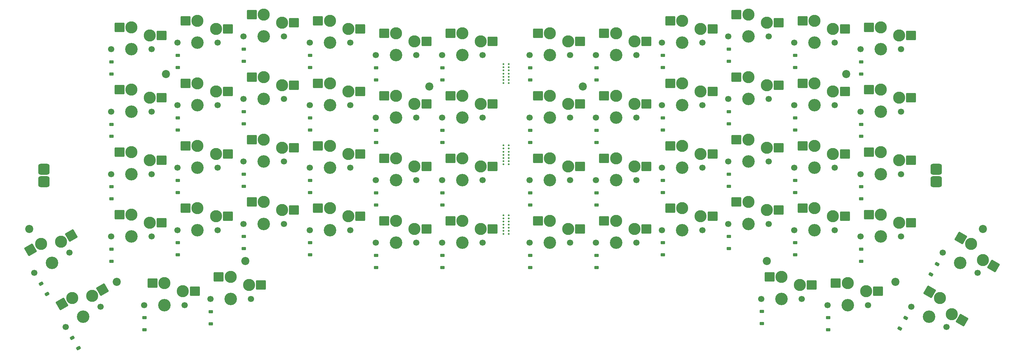
<source format=gbr>
%TF.GenerationSoftware,KiCad,Pcbnew,9.0.6*%
%TF.CreationDate,2025-12-05T23:49:31-05:00*%
%TF.ProjectId,VoyagerSplitKicad,566f7961-6765-4725-9370-6c69744b6963,rev?*%
%TF.SameCoordinates,Original*%
%TF.FileFunction,Soldermask,Bot*%
%TF.FilePolarity,Negative*%
%FSLAX46Y46*%
G04 Gerber Fmt 4.6, Leading zero omitted, Abs format (unit mm)*
G04 Created by KiCad (PCBNEW 9.0.6) date 2025-12-05 23:49:31*
%MOMM*%
%LPD*%
G01*
G04 APERTURE LIST*
G04 Aperture macros list*
%AMRoundRect*
0 Rectangle with rounded corners*
0 $1 Rounding radius*
0 $2 $3 $4 $5 $6 $7 $8 $9 X,Y pos of 4 corners*
0 Add a 4 corners polygon primitive as box body*
4,1,4,$2,$3,$4,$5,$6,$7,$8,$9,$2,$3,0*
0 Add four circle primitives for the rounded corners*
1,1,$1+$1,$2,$3*
1,1,$1+$1,$4,$5*
1,1,$1+$1,$6,$7*
1,1,$1+$1,$8,$9*
0 Add four rect primitives between the rounded corners*
20,1,$1+$1,$2,$3,$4,$5,0*
20,1,$1+$1,$4,$5,$6,$7,0*
20,1,$1+$1,$6,$7,$8,$9,0*
20,1,$1+$1,$8,$9,$2,$3,0*%
G04 Aperture macros list end*
%ADD10RoundRect,0.775400X0.775400X0.775400X-0.775400X0.775400X-0.775400X-0.775400X0.775400X-0.775400X0*%
%ADD11C,0.500000*%
%ADD12C,2.200000*%
%ADD13C,1.700000*%
%ADD14C,3.400000*%
%ADD15C,3.300000*%
%ADD16RoundRect,0.260000X-1.065000X-1.040000X1.065000X-1.040000X1.065000X1.040000X-1.065000X1.040000X0*%
%ADD17RoundRect,0.225000X0.375000X-0.225000X0.375000X0.225000X-0.375000X0.225000X-0.375000X-0.225000X0*%
%ADD18RoundRect,0.260000X-1.442317X-0.368166X0.402317X-1.433166X1.442317X0.368166X-0.402317X1.433166X0*%
%ADD19RoundRect,0.260000X-0.402317X-1.433166X1.442317X-0.368166X0.402317X1.433166X-1.442317X0.368166X0*%
%ADD20RoundRect,0.225000X0.437260X-0.007356X0.212260X0.382356X-0.437260X0.007356X-0.212260X-0.382356X0*%
%ADD21RoundRect,0.225000X0.212260X-0.382356X0.437260X0.007356X-0.212260X0.382356X-0.437260X-0.007356X0*%
G04 APERTURE END LIST*
D10*
%TO.C,U1*%
X314286500Y-138061300D03*
X314286500Y-134661300D03*
%TD*%
D11*
%TO.C,H11*%
X196550000Y-133300002D03*
X198050000Y-133300002D03*
X196550000Y-132450002D03*
X198050000Y-132450002D03*
X196550000Y-131600002D03*
X198050000Y-131600002D03*
X196550000Y-130750002D03*
X198050000Y-130750002D03*
X196550000Y-129900002D03*
X198050000Y-129900002D03*
X196550000Y-129050002D03*
X198050000Y-129050002D03*
X196550000Y-128200002D03*
X198050000Y-128200002D03*
%TD*%
D12*
%TO.C,H7*%
X327001000Y-150949500D03*
%TD*%
%TO.C,H1*%
X303201000Y-165349500D03*
%TD*%
D11*
%TO.C,H13*%
X196549999Y-111199997D03*
X198049999Y-111199997D03*
X196549999Y-110349997D03*
X198049999Y-110349997D03*
X196549999Y-109499997D03*
X198049999Y-109499997D03*
X196549999Y-108649997D03*
X198049999Y-108649997D03*
X196549999Y-107799997D03*
X198049999Y-107799997D03*
X196549999Y-106949997D03*
X198049999Y-106949997D03*
X196549999Y-106099997D03*
X198049999Y-106099997D03*
%TD*%
D12*
%TO.C,H5*%
X289801000Y-108749500D03*
%TD*%
%TO.C,H8*%
X67599000Y-150950000D03*
%TD*%
%TO.C,H9*%
X218201000Y-112149500D03*
%TD*%
D11*
%TO.C,H12*%
X196550000Y-152300001D03*
X198050000Y-152300001D03*
X196550000Y-151450001D03*
X198050000Y-151450001D03*
X196550000Y-150600001D03*
X198050000Y-150600001D03*
X196550000Y-149750001D03*
X198050000Y-149750001D03*
X196550000Y-148900001D03*
X198050000Y-148900001D03*
X196550000Y-148050001D03*
X198050000Y-148050001D03*
X196550000Y-147200001D03*
X198050000Y-147200001D03*
%TD*%
D10*
%TO.C,U2*%
X71660000Y-138100000D03*
X71660000Y-134700000D03*
%TD*%
D12*
%TO.C,H3*%
X268201000Y-159649500D03*
%TD*%
%TO.C,H4*%
X176400000Y-112149998D03*
%TD*%
%TO.C,H6*%
X126398998Y-159649000D03*
%TD*%
%TO.C,H10*%
X91399000Y-165350000D03*
%TD*%
%TO.C,H2*%
X104799998Y-108750000D03*
%TD*%
D13*
%TO.C,SW27*%
X143900000Y-134250000D03*
D14*
X149400000Y-134250000D03*
D13*
X154900000Y-134250000D03*
D15*
X154400000Y-130500000D03*
D16*
X157645000Y-130500000D03*
X146155000Y-128300000D03*
D15*
X149400000Y-128300000D03*
%TD*%
D17*
%TO.C,D57*%
X117001002Y-176750000D03*
X117001002Y-173450000D03*
%TD*%
D13*
%TO.C,SW17*%
X239701000Y-100249500D03*
D14*
X245201000Y-100249500D03*
D13*
X250701000Y-100249500D03*
D15*
X250201000Y-96499500D03*
D16*
X253446000Y-96499500D03*
X241956000Y-94299500D03*
D15*
X245201000Y-94299500D03*
%TD*%
D13*
%TO.C,SW15*%
X161900000Y-137650000D03*
D14*
X167400000Y-137650000D03*
D13*
X172900000Y-137650000D03*
D15*
X172400000Y-133900000D03*
D16*
X175645000Y-133900000D03*
X164155000Y-131700000D03*
D15*
X167400000Y-131700000D03*
%TD*%
D13*
%TO.C,SW25*%
X143900000Y-100250000D03*
D14*
X149400000Y-100250000D03*
D13*
X154900000Y-100250000D03*
D15*
X154400000Y-96500000D03*
D16*
X157645000Y-96500000D03*
X146155000Y-94300000D03*
D15*
X149400000Y-94300000D03*
%TD*%
D17*
%TO.C,D24*%
X257901000Y-156299500D03*
X257901000Y-152999500D03*
%TD*%
%TO.C,D41*%
X108000000Y-107000000D03*
X108000000Y-103700000D03*
%TD*%
D13*
%TO.C,SW53*%
X307537860Y-172099500D03*
D14*
X312301000Y-174849500D03*
D13*
X317064140Y-177599500D03*
D15*
X318506127Y-174101905D03*
D18*
X321316379Y-175724405D03*
X312465748Y-168074149D03*
D15*
X315276000Y-169696649D03*
%TD*%
D13*
%TO.C,SW46*%
X89900002Y-119000000D03*
D14*
X95400002Y-119000000D03*
D13*
X100900002Y-119000000D03*
D15*
X100400002Y-115250000D03*
D16*
X103645002Y-115250000D03*
X92155002Y-113050000D03*
D15*
X95400002Y-113050000D03*
%TD*%
D13*
%TO.C,SW18*%
X239701000Y-117249500D03*
D14*
X245201000Y-117249500D03*
D13*
X250701000Y-117249500D03*
D15*
X250201000Y-113499500D03*
D16*
X253446000Y-113499500D03*
X241956000Y-111299500D03*
D15*
X245201000Y-111299500D03*
%TD*%
D17*
%TO.C,D20*%
X239901000Y-157999500D03*
X239901000Y-154699500D03*
%TD*%
D13*
%TO.C,SW40*%
X293701000Y-152999500D03*
D14*
X299201000Y-152999500D03*
D13*
X304701000Y-152999500D03*
D15*
X304201000Y-149249500D03*
D16*
X307446000Y-149249500D03*
X295956000Y-147049500D03*
D15*
X299201000Y-147049500D03*
%TD*%
D17*
%TO.C,D37*%
X293901000Y-108749500D03*
X293901000Y-105449500D03*
%TD*%
%TO.C,D39*%
X293901000Y-142749500D03*
X293901000Y-139449500D03*
%TD*%
D13*
%TO.C,SW44*%
X107900000Y-151250000D03*
D14*
X113400000Y-151250000D03*
D13*
X118900000Y-151250000D03*
D15*
X118400000Y-147500000D03*
D16*
X121645000Y-147500000D03*
X110155000Y-145300000D03*
D15*
X113400000Y-145300000D03*
%TD*%
D13*
%TO.C,SW38*%
X293701000Y-118999500D03*
D14*
X299201000Y-118999500D03*
D13*
X304701000Y-118999500D03*
D15*
X304201000Y-115249500D03*
D16*
X307446000Y-115249500D03*
X295956000Y-113049500D03*
D15*
X299201000Y-113049500D03*
%TD*%
D17*
%TO.C,D16*%
X162000000Y-161400000D03*
X162000000Y-158100000D03*
%TD*%
%TO.C,D44*%
X108000000Y-158000000D03*
X108000000Y-154700000D03*
%TD*%
D13*
%TO.C,SW60*%
X69035860Y-162876567D03*
D14*
X73799000Y-160126567D03*
D13*
X78562140Y-157376567D03*
D15*
X76254127Y-154378972D03*
D19*
X79064379Y-152756472D03*
X68013748Y-156596216D03*
D15*
X70824000Y-154973716D03*
%TD*%
D17*
%TO.C,D21*%
X257901000Y-105299500D03*
X257901000Y-101999500D03*
%TD*%
D13*
%TO.C,SW58*%
X98901000Y-171650000D03*
D14*
X104401000Y-171650000D03*
D13*
X109901000Y-171650000D03*
D15*
X109401000Y-167900000D03*
D16*
X112646000Y-167900000D03*
X101156000Y-165700000D03*
D15*
X104401000Y-165700000D03*
%TD*%
D13*
%TO.C,SW11*%
X221701000Y-137649500D03*
D14*
X227201000Y-137649500D03*
D13*
X232701000Y-137649500D03*
D15*
X232201000Y-133899500D03*
D16*
X235446000Y-133899500D03*
X223956000Y-131699500D03*
D15*
X227201000Y-131699500D03*
%TD*%
D17*
%TO.C,D4*%
X162000000Y-110400000D03*
X162000000Y-107100000D03*
%TD*%
%TO.C,D14*%
X180000000Y-161400000D03*
X180000000Y-158100000D03*
%TD*%
D13*
%TO.C,SW42*%
X107900000Y-117250000D03*
D14*
X113400000Y-117250000D03*
D13*
X118900000Y-117250000D03*
D15*
X118400000Y-113500000D03*
D16*
X121645000Y-113500000D03*
X110155000Y-111300000D03*
D15*
X113400000Y-111300000D03*
%TD*%
D13*
%TO.C,SW41*%
X107900000Y-100250000D03*
D14*
X113400000Y-100250000D03*
D13*
X118900000Y-100250000D03*
D15*
X118400000Y-96500000D03*
D16*
X121645000Y-96500000D03*
X110155000Y-94300000D03*
D15*
X113400000Y-94300000D03*
%TD*%
D13*
%TO.C,SW51*%
X266689141Y-169949500D03*
D14*
X272189141Y-169949500D03*
D13*
X277689141Y-169949500D03*
D15*
X277189141Y-166199500D03*
D16*
X280434141Y-166199500D03*
X268944141Y-163999500D03*
D15*
X272189141Y-163999500D03*
%TD*%
D13*
%TO.C,SW43*%
X107900000Y-134250000D03*
D14*
X113400000Y-134250000D03*
D13*
X118900000Y-134250000D03*
D15*
X118400000Y-130500000D03*
D16*
X121645000Y-130500000D03*
X110155000Y-128300000D03*
D15*
X113400000Y-128300000D03*
%TD*%
D17*
%TO.C,D32*%
X126000000Y-156300000D03*
X126000000Y-153000000D03*
%TD*%
%TO.C,D29*%
X126000000Y-105300000D03*
X126000000Y-102000000D03*
%TD*%
%TO.C,D3*%
X221901000Y-110399500D03*
X221901000Y-107099500D03*
%TD*%
D13*
%TO.C,SW1*%
X203701000Y-103649500D03*
D14*
X209201000Y-103649500D03*
D13*
X214701000Y-103649500D03*
D15*
X214201000Y-99899500D03*
D16*
X217446000Y-99899500D03*
X205956000Y-97699500D03*
D15*
X209201000Y-97699500D03*
%TD*%
D13*
%TO.C,SW29*%
X125900000Y-98550000D03*
D14*
X131400000Y-98550000D03*
D13*
X136900000Y-98550000D03*
D15*
X136400000Y-94800000D03*
D16*
X139645000Y-94800000D03*
X128155000Y-92600000D03*
D15*
X131400000Y-92600000D03*
%TD*%
D17*
%TO.C,D52*%
X284889141Y-178399500D03*
X284889141Y-175099500D03*
%TD*%
D13*
%TO.C,SW19*%
X239701000Y-134249500D03*
D14*
X245201000Y-134249500D03*
D13*
X250701000Y-134249500D03*
D15*
X250201000Y-130499500D03*
D16*
X253446000Y-130499500D03*
X241956000Y-128299500D03*
D15*
X245201000Y-128299500D03*
%TD*%
D13*
%TO.C,SW21*%
X257700000Y-98548500D03*
D14*
X263200000Y-98548500D03*
D13*
X268700000Y-98548500D03*
D15*
X268200000Y-94798500D03*
D16*
X271445000Y-94798500D03*
X259955000Y-92598500D03*
D15*
X263200000Y-92598500D03*
%TD*%
D17*
%TO.C,D35*%
X275901000Y-140999500D03*
X275901000Y-137699500D03*
%TD*%
D13*
%TO.C,SW59*%
X77535860Y-177599000D03*
D14*
X82299000Y-174849000D03*
D13*
X87062140Y-172099000D03*
D15*
X84754127Y-169101405D03*
D19*
X87564379Y-167478905D03*
X76513748Y-171318649D03*
D15*
X79324000Y-169696149D03*
%TD*%
D17*
%TO.C,D27*%
X144000000Y-141000000D03*
X144000000Y-137700000D03*
%TD*%
%TO.C,D47*%
X90000002Y-142750000D03*
X90000002Y-139450000D03*
%TD*%
D13*
%TO.C,SW12*%
X221701000Y-154649500D03*
D14*
X227201000Y-154649500D03*
D13*
X232701000Y-154649500D03*
D15*
X232201000Y-150899500D03*
D16*
X235446000Y-150899500D03*
X223956000Y-148699500D03*
D15*
X227201000Y-148699500D03*
%TD*%
D13*
%TO.C,SW57*%
X116901000Y-169950000D03*
D14*
X122401000Y-169950000D03*
D13*
X127901000Y-169950000D03*
D15*
X127401000Y-166200000D03*
D16*
X130646000Y-166200000D03*
X119156000Y-164000000D03*
D15*
X122401000Y-164000000D03*
%TD*%
D13*
%TO.C,SW45*%
X89900002Y-102000000D03*
D14*
X95400002Y-102000000D03*
D13*
X100900002Y-102000000D03*
D15*
X100400002Y-98250000D03*
D16*
X103645002Y-98250000D03*
X92155002Y-96050000D03*
D15*
X95400002Y-96050000D03*
%TD*%
D17*
%TO.C,D30*%
X126000000Y-122300000D03*
X126000000Y-119000000D03*
%TD*%
%TO.C,D31*%
X126000000Y-139300000D03*
X126000000Y-136000000D03*
%TD*%
D13*
%TO.C,SW33*%
X275701000Y-100249500D03*
D14*
X281201000Y-100249500D03*
D13*
X286701000Y-100249500D03*
D15*
X286201000Y-96499500D03*
D16*
X289446000Y-96499500D03*
X277956000Y-94299500D03*
D15*
X281201000Y-94299500D03*
%TD*%
D13*
%TO.C,SW34*%
X275701000Y-117249500D03*
D14*
X281201000Y-117249500D03*
D13*
X286701000Y-117249500D03*
D15*
X286201000Y-113499500D03*
D16*
X289446000Y-113499500D03*
X277956000Y-111299500D03*
D15*
X281201000Y-111299500D03*
%TD*%
D17*
%TO.C,D38*%
X293901000Y-125749500D03*
X293901000Y-122449500D03*
%TD*%
D13*
%TO.C,SW39*%
X293701000Y-135999500D03*
D14*
X299201000Y-135999500D03*
D13*
X304701000Y-135999500D03*
D15*
X304201000Y-132249500D03*
D16*
X307446000Y-132249500D03*
X295956000Y-130049500D03*
D15*
X299201000Y-130049500D03*
%TD*%
D17*
%TO.C,D51*%
X266889141Y-176699500D03*
X266889141Y-173399500D03*
%TD*%
%TO.C,D23*%
X257901000Y-139299500D03*
X257901000Y-135999500D03*
%TD*%
%TO.C,D33*%
X275901000Y-106999500D03*
X275901000Y-103699500D03*
%TD*%
D13*
%TO.C,SW37*%
X293701000Y-101999500D03*
D14*
X299201000Y-101999500D03*
D13*
X304701000Y-101999500D03*
D15*
X304201000Y-98249500D03*
D16*
X307446000Y-98249500D03*
X295956000Y-96049500D03*
D15*
X299201000Y-96049500D03*
%TD*%
D17*
%TO.C,D7*%
X180000000Y-127400000D03*
X180000000Y-124100000D03*
%TD*%
%TO.C,D22*%
X257901000Y-122299500D03*
X257901000Y-118999500D03*
%TD*%
D13*
%TO.C,SW16*%
X161900000Y-154650000D03*
D14*
X167400000Y-154650000D03*
D13*
X172900000Y-154650000D03*
D15*
X172400000Y-150900000D03*
D16*
X175645000Y-150900000D03*
X164155000Y-148700000D03*
D15*
X167400000Y-148700000D03*
%TD*%
D17*
%TO.C,D46*%
X90000002Y-125750000D03*
X90000002Y-122450000D03*
%TD*%
%TO.C,D34*%
X275901000Y-123999500D03*
X275901000Y-120699500D03*
%TD*%
%TO.C,D10*%
X203901000Y-161399500D03*
X203901000Y-158099500D03*
%TD*%
%TO.C,D8*%
X162000000Y-127400000D03*
X162000000Y-124100000D03*
%TD*%
%TO.C,D26*%
X144000000Y-124000000D03*
X144000000Y-120700000D03*
%TD*%
%TO.C,D11*%
X221901000Y-144399500D03*
X221901000Y-141099500D03*
%TD*%
D13*
%TO.C,SW6*%
X221701000Y-120649500D03*
D14*
X227201000Y-120649500D03*
D13*
X232701000Y-120649500D03*
D15*
X232201000Y-116899500D03*
D16*
X235446000Y-116899500D03*
X223956000Y-114699500D03*
D15*
X227201000Y-114699500D03*
%TD*%
D13*
%TO.C,SW4*%
X161900000Y-103650000D03*
D14*
X167400000Y-103650000D03*
D13*
X172900000Y-103650000D03*
D15*
X172400000Y-99900000D03*
D16*
X175645000Y-99900000D03*
X164155000Y-97700000D03*
D15*
X167400000Y-97700000D03*
%TD*%
D17*
%TO.C,D13*%
X180000000Y-144400000D03*
X180000000Y-141100000D03*
%TD*%
D13*
%TO.C,SW8*%
X161900000Y-120650000D03*
D14*
X167400000Y-120650000D03*
D13*
X172900000Y-120650000D03*
D15*
X172400000Y-116900000D03*
D16*
X175645000Y-116900000D03*
X164155000Y-114700000D03*
D15*
X167400000Y-114700000D03*
%TD*%
D17*
%TO.C,D28*%
X144000000Y-158000000D03*
X144000000Y-154700000D03*
%TD*%
D13*
%TO.C,SW48*%
X89900002Y-153000000D03*
D14*
X95400002Y-153000000D03*
D13*
X100900002Y-153000000D03*
D15*
X100400002Y-149250000D03*
D16*
X103645002Y-149250000D03*
X92155002Y-147050000D03*
D15*
X95400002Y-147050000D03*
%TD*%
D17*
%TO.C,D15*%
X162000000Y-144400000D03*
X162000000Y-141100000D03*
%TD*%
%TO.C,D25*%
X144000000Y-107000000D03*
X144000000Y-103700000D03*
%TD*%
D20*
%TO.C,D59*%
X80997463Y-183394672D03*
X79347463Y-180536788D03*
%TD*%
%TO.C,D60*%
X72497464Y-168672239D03*
X70847464Y-165814355D03*
%TD*%
D13*
%TO.C,SW9*%
X203701000Y-137649500D03*
D14*
X209201000Y-137649500D03*
D13*
X214701000Y-137649500D03*
D15*
X214201000Y-133899500D03*
D16*
X217446000Y-133899500D03*
X205956000Y-131699500D03*
D15*
X209201000Y-131699500D03*
%TD*%
D13*
%TO.C,SW47*%
X89900002Y-136000000D03*
D14*
X95400002Y-136000000D03*
D13*
X100900002Y-136000000D03*
D15*
X100400002Y-132250000D03*
D16*
X103645002Y-132250000D03*
X92155002Y-130050000D03*
D15*
X95400002Y-130050000D03*
%TD*%
D17*
%TO.C,D17*%
X239901000Y-106999500D03*
X239901000Y-103699500D03*
%TD*%
D13*
%TO.C,SW24*%
X257701000Y-149549500D03*
D14*
X263201000Y-149549500D03*
D13*
X268701000Y-149549500D03*
D15*
X268201000Y-145799500D03*
D16*
X271446000Y-145799500D03*
X259956000Y-143599500D03*
D15*
X263201000Y-143599500D03*
%TD*%
D17*
%TO.C,D18*%
X239901000Y-123999500D03*
X239901000Y-120699500D03*
%TD*%
%TO.C,D48*%
X90000002Y-159750000D03*
X90000002Y-156450000D03*
%TD*%
D13*
%TO.C,SW31*%
X125900000Y-132550000D03*
D14*
X131400000Y-132550000D03*
D13*
X136900000Y-132550000D03*
D15*
X136400000Y-128800000D03*
D16*
X139645000Y-128800000D03*
X128155000Y-126600000D03*
D15*
X131400000Y-126600000D03*
%TD*%
D13*
%TO.C,SW5*%
X203701000Y-120649500D03*
D14*
X209201000Y-120649500D03*
D13*
X214701000Y-120649500D03*
D15*
X214201000Y-116899500D03*
D16*
X217446000Y-116899500D03*
X205956000Y-114699500D03*
D15*
X209201000Y-114699500D03*
%TD*%
D13*
%TO.C,SW22*%
X257701000Y-115549500D03*
D14*
X263201000Y-115549500D03*
D13*
X268701000Y-115549500D03*
D15*
X268201000Y-111799500D03*
D16*
X271446000Y-111799500D03*
X259956000Y-109599500D03*
D15*
X263201000Y-109599500D03*
%TD*%
D17*
%TO.C,D45*%
X90000002Y-108750000D03*
X90000002Y-105450000D03*
%TD*%
D13*
%TO.C,SW35*%
X275701000Y-134249500D03*
D14*
X281201000Y-134249500D03*
D13*
X286701000Y-134249500D03*
D15*
X286201000Y-130499500D03*
D16*
X289446000Y-130499500D03*
X277956000Y-128299500D03*
D15*
X281201000Y-128299500D03*
%TD*%
D13*
%TO.C,SW30*%
X125900000Y-115550000D03*
D14*
X131400000Y-115550000D03*
D13*
X136900000Y-115550000D03*
D15*
X136400000Y-111800000D03*
D16*
X139645000Y-111800000D03*
X128155000Y-109600000D03*
D15*
X131400000Y-109600000D03*
%TD*%
D13*
%TO.C,SW32*%
X125900000Y-149550000D03*
D14*
X131400000Y-149550000D03*
D13*
X136900000Y-149550000D03*
D15*
X136400000Y-145800000D03*
D16*
X139645000Y-145800000D03*
X128155000Y-143600000D03*
D15*
X131400000Y-143600000D03*
%TD*%
D13*
%TO.C,SW13*%
X179900000Y-137650000D03*
D14*
X185400000Y-137650000D03*
D13*
X190900000Y-137650000D03*
D15*
X190400000Y-133900000D03*
D16*
X193645000Y-133900000D03*
X182155000Y-131700000D03*
D15*
X185400000Y-131700000D03*
%TD*%
D17*
%TO.C,D43*%
X108000000Y-141000000D03*
X108000000Y-137700000D03*
%TD*%
D13*
%TO.C,SW26*%
X143900000Y-117250000D03*
D14*
X149400000Y-117250000D03*
D13*
X154900000Y-117250000D03*
D15*
X154400000Y-113500000D03*
D16*
X157645000Y-113500000D03*
X146155000Y-111300000D03*
D15*
X149400000Y-111300000D03*
%TD*%
D13*
%TO.C,SW54*%
X316037859Y-157377068D03*
D14*
X320800999Y-160127068D03*
D13*
X325564139Y-162877068D03*
D15*
X327006126Y-159379473D03*
D18*
X329816378Y-161001973D03*
X320965747Y-153351717D03*
D15*
X323775999Y-154974217D03*
%TD*%
D17*
%TO.C,D1*%
X203901000Y-110399500D03*
X203901000Y-107099500D03*
%TD*%
D13*
%TO.C,SW36*%
X275701000Y-151249500D03*
D14*
X281201000Y-151249500D03*
D13*
X286701000Y-151249500D03*
D15*
X286201000Y-147499500D03*
D16*
X289446000Y-147499500D03*
X277956000Y-145299500D03*
D15*
X281201000Y-145299500D03*
%TD*%
D13*
%TO.C,SW2*%
X179900000Y-103650000D03*
D14*
X185400000Y-103650000D03*
D13*
X190900000Y-103650000D03*
D15*
X190400000Y-99900000D03*
D16*
X193645000Y-99900000D03*
X182155000Y-97700000D03*
D15*
X185400000Y-97700000D03*
%TD*%
D17*
%TO.C,D5*%
X203901000Y-127399500D03*
X203901000Y-124099500D03*
%TD*%
%TO.C,D40*%
X293901000Y-159749500D03*
X293901000Y-156449500D03*
%TD*%
D13*
%TO.C,SW3*%
X221701000Y-103649500D03*
D14*
X227201000Y-103649500D03*
D13*
X232701000Y-103649500D03*
D15*
X232201000Y-99899500D03*
D16*
X235446000Y-99899500D03*
X223956000Y-97699500D03*
D15*
X227201000Y-97699500D03*
%TD*%
D17*
%TO.C,D6*%
X221901000Y-127399500D03*
X221901000Y-124099500D03*
%TD*%
%TO.C,D36*%
X275901000Y-157999500D03*
X275901000Y-154699500D03*
%TD*%
D13*
%TO.C,SW28*%
X143900000Y-151250000D03*
D14*
X149400000Y-151250000D03*
D13*
X154900000Y-151250000D03*
D15*
X154400000Y-147500000D03*
D16*
X157645000Y-147500000D03*
X146155000Y-145300000D03*
D15*
X149400000Y-145300000D03*
%TD*%
D17*
%TO.C,D9*%
X203901000Y-144399500D03*
X203901000Y-141099500D03*
%TD*%
D13*
%TO.C,SW7*%
X179900000Y-120650000D03*
D14*
X185400000Y-120650000D03*
D13*
X190900000Y-120650000D03*
D15*
X190400000Y-116900000D03*
D16*
X193645000Y-116900000D03*
X182155000Y-114700000D03*
D15*
X185400000Y-114700000D03*
%TD*%
D21*
%TO.C,D53*%
X304336066Y-178045173D03*
X305986066Y-175187289D03*
%TD*%
D13*
%TO.C,SW52*%
X284689141Y-171649500D03*
D14*
X290189141Y-171649500D03*
D13*
X295689141Y-171649500D03*
D15*
X295189141Y-167899500D03*
D16*
X298434141Y-167899500D03*
X286944141Y-165699500D03*
D15*
X290189141Y-165699500D03*
%TD*%
D17*
%TO.C,D12*%
X221901000Y-161399500D03*
X221901000Y-158099500D03*
%TD*%
%TO.C,D42*%
X108000000Y-124000000D03*
X108000000Y-120700000D03*
%TD*%
%TO.C,D19*%
X239901000Y-140999500D03*
X239901000Y-137699500D03*
%TD*%
%TO.C,D2*%
X180000000Y-110400000D03*
X180000000Y-107100000D03*
%TD*%
%TO.C,D58*%
X99001000Y-178400000D03*
X99001000Y-175100000D03*
%TD*%
D13*
%TO.C,SW10*%
X203701000Y-154649500D03*
D14*
X209201000Y-154649500D03*
D13*
X214701000Y-154649500D03*
D15*
X214201000Y-150899500D03*
D16*
X217446000Y-150899500D03*
X205956000Y-148699500D03*
D15*
X209201000Y-148699500D03*
%TD*%
D13*
%TO.C,SW14*%
X179900000Y-154650000D03*
D14*
X185400000Y-154650000D03*
D13*
X190900000Y-154650000D03*
D15*
X190400000Y-150900000D03*
D16*
X193645000Y-150900000D03*
X182155000Y-148700000D03*
D15*
X185400000Y-148700000D03*
%TD*%
D13*
%TO.C,SW20*%
X239701000Y-151249500D03*
D14*
X245201000Y-151249500D03*
D13*
X250701000Y-151249500D03*
D15*
X250201000Y-147499500D03*
D16*
X253446000Y-147499500D03*
X241956000Y-145299500D03*
D15*
X245201000Y-145299500D03*
%TD*%
D21*
%TO.C,D54*%
X312836066Y-163322740D03*
X314486066Y-160464856D03*
%TD*%
D13*
%TO.C,SW23*%
X257701000Y-132549500D03*
D14*
X263201000Y-132549500D03*
D13*
X268701000Y-132549500D03*
D15*
X268201000Y-128799500D03*
D16*
X271446000Y-128799500D03*
X259956000Y-126599500D03*
D15*
X263201000Y-126599500D03*
%TD*%
M02*

</source>
